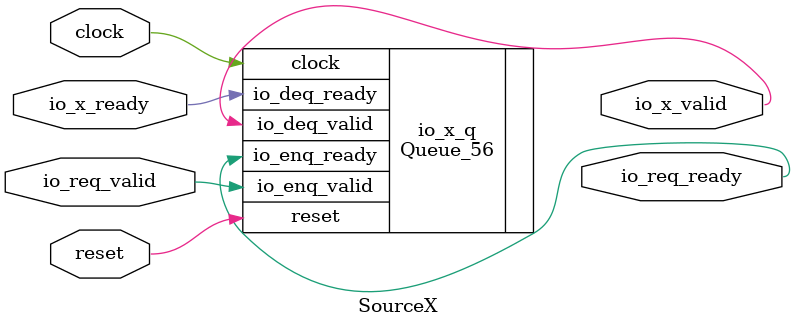
<source format=sv>
`ifndef RANDOMIZE
  `ifdef RANDOMIZE_REG_INIT
    `define RANDOMIZE
  `endif // RANDOMIZE_REG_INIT
`endif // not def RANDOMIZE
`ifndef RANDOMIZE
  `ifdef RANDOMIZE_MEM_INIT
    `define RANDOMIZE
  `endif // RANDOMIZE_MEM_INIT
`endif // not def RANDOMIZE

`ifndef RANDOM
  `define RANDOM $random
`endif // not def RANDOM

// Users can define 'PRINTF_COND' to add an extra gate to prints.
`ifndef PRINTF_COND_
  `ifdef PRINTF_COND
    `define PRINTF_COND_ (`PRINTF_COND)
  `else  // PRINTF_COND
    `define PRINTF_COND_ 1
  `endif // PRINTF_COND
`endif // not def PRINTF_COND_

// Users can define 'ASSERT_VERBOSE_COND' to add an extra gate to assert error printing.
`ifndef ASSERT_VERBOSE_COND_
  `ifdef ASSERT_VERBOSE_COND
    `define ASSERT_VERBOSE_COND_ (`ASSERT_VERBOSE_COND)
  `else  // ASSERT_VERBOSE_COND
    `define ASSERT_VERBOSE_COND_ 1
  `endif // ASSERT_VERBOSE_COND
`endif // not def ASSERT_VERBOSE_COND_

// Users can define 'STOP_COND' to add an extra gate to stop conditions.
`ifndef STOP_COND_
  `ifdef STOP_COND
    `define STOP_COND_ (`STOP_COND)
  `else  // STOP_COND
    `define STOP_COND_ 1
  `endif // STOP_COND
`endif // not def STOP_COND_

// Users can define INIT_RANDOM as general code that gets injected into the
// initializer block for modules with registers.
`ifndef INIT_RANDOM
  `define INIT_RANDOM
`endif // not def INIT_RANDOM

// If using random initialization, you can also define RANDOMIZE_DELAY to
// customize the delay used, otherwise 0.002 is used.
`ifndef RANDOMIZE_DELAY
  `define RANDOMIZE_DELAY 0.002
`endif // not def RANDOMIZE_DELAY

// Define INIT_RANDOM_PROLOG_ for use in our modules below.
`ifndef INIT_RANDOM_PROLOG_
  `ifdef RANDOMIZE
    `ifdef VERILATOR
      `define INIT_RANDOM_PROLOG_ `INIT_RANDOM
    `else  // VERILATOR
      `define INIT_RANDOM_PROLOG_ `INIT_RANDOM #`RANDOMIZE_DELAY begin end
    `endif // VERILATOR
  `else  // RANDOMIZE
    `define INIT_RANDOM_PROLOG_
  `endif // RANDOMIZE
`endif // not def INIT_RANDOM_PROLOG_

module SourceX(
  input  clock,
         reset,
         io_req_valid,
         io_x_ready,
  output io_req_ready,
         io_x_valid
);

  Queue_56 io_x_q (	// @[Decoupled.scala:375:21]
    .clock        (clock),
    .reset        (reset),
    .io_enq_valid (io_req_valid),
    .io_deq_ready (io_x_ready),
    .io_enq_ready (io_req_ready),
    .io_deq_valid (io_x_valid)
  );
endmodule


</source>
